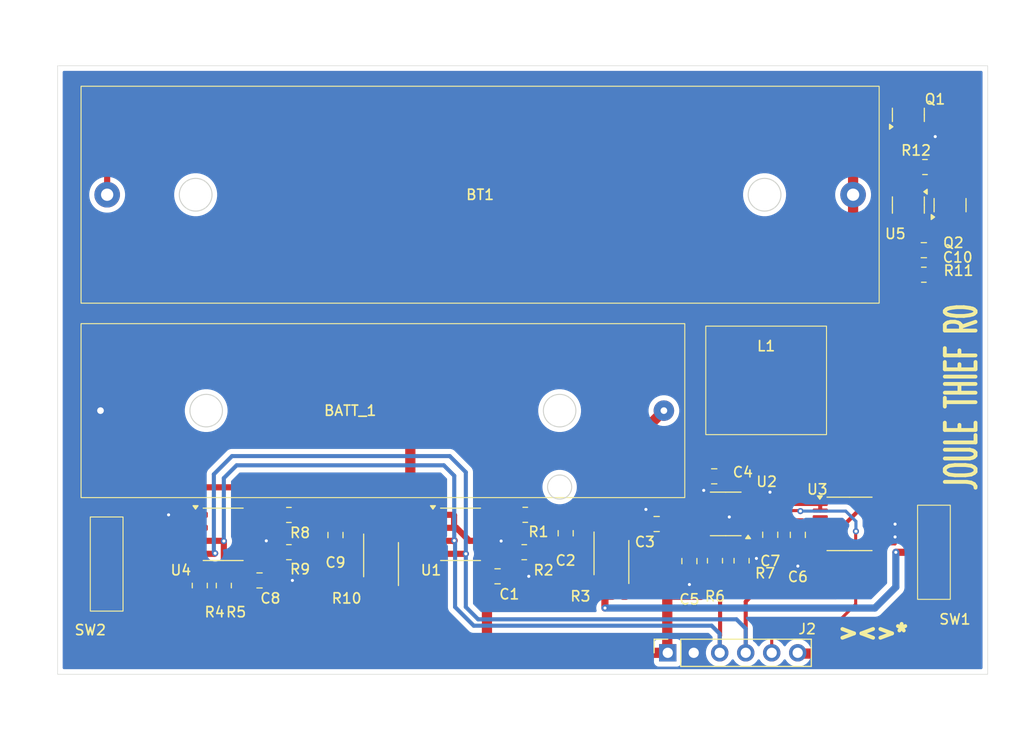
<source format=kicad_pcb>
(kicad_pcb (version 20241229) (generator "pcbnew") (generator_version "9.0")
  (title_block (title "Joule Thief 0") (date "2025-03-15") (rev "5") (company "Suneater Labs"))
  (layers (0 "F.Cu" signal) (2 "B.Cu" signal) (13 "F.Paste" user) (15 "B.Paste" user) (5 "F.SilkS" user "F.Silkscreen") (7 "B.SilkS" user "B.Silkscreen") (1 "F.Mask" user) (3 "B.Mask" user) (25 "Edge.Cuts" user))
  (net 0 "")
  (net 1 "+ALK")
  (net 2 "GND")
  (net 3 "LITH")
  (net 4 "Net-(BT1--)")
  (net 5 "V5+")
  (net 6 "Net-(C2-Pad1)")
  (net 7 "Net-(C2-Pad2)")
  (net 8 "Net-(SW1-B)")
  (net 9 "Net-(U2-AUX)")
  (net 10 "Net-(U2-LDO)")
  (net 11 "Net-(C9-Pad1)")
  (net 12 "Net-(C9-Pad2)")
  (net 13 "Net-(U5-VCC)")
  (net 14 "SDA")
  (net 15 "SHDN")
  (net 16 "SCL")
  (net 17 "Net-(U2-SWITCH)")
  (net 18 "Net-(Q1-D)")
  (net 19 "Net-(Q1-G)")
  (net 20 "Net-(Q2-G)")
  (net 21 "Net-(U1-IN+)")
  (net 22 "Net-(U1-IN-)")
  (net 23 "Net-(SW1-A)")
  (net 24 "Net-(U2-FB)")
  (net 25 "Net-(U4-IN+)")
  (net 26 "Net-(U4-IN-)")
  (net 27 "Net-(U5-CS)")
  (net 28 "MPPC")
  (net 34 "Net-(SW2-B)")
  (footprint "Joule Thief-Library:18650_Cell_Clip" (layer "F.Cu") (at 101.2475 42.405)
    (property "Reference" "BT1" (at 0 0 0) (layer "F.SilkS") (effects (font (thickness 0.16))))
    (property "Value" "Battery_Cell")
    (fp_circle (center -27.8 0) (end -26.2 0) (stroke (width 0.1)) (fill no) (layer "Edge.Cuts"))
    (fp_circle (center 27.8 0) (end 29.4 0) (stroke (width 0.1)) (fill no) (layer "Edge.Cuts"))
    (pad "1" thru_hole circle (at 36.45 0) (size 2.5 2.5) (drill 1.2) (layers "*.Cu" "*.Mask") (net 3 "LITH"))
    (pad "2" thru_hole circle (at -36.45 0) (size 2.5 2.5) (drill 1.2) (layers "*.Cu" "*.Mask") (net 4 "Net-(BT1--)"))
  )
  (footprint "Joule Thief-Library:AA_Cell_Clip" (layer "F.Cu") (at 91.7475 63.505)
    (property "Reference" "BATT_1" (at -3.1975 0 0) (layer "F.SilkS") (effects (font (thickness 0.16))))
    (property "Value" "Alkaline AA")
    (fp_circle (center -17.27 0) (end -15.68 0) (stroke (width 0.1)) (fill no) (layer "Edge.Cuts"))
    (fp_circle (center 17.27 0) (end 18.86 0) (stroke (width 0.1)) (fill no) (layer "Edge.Cuts"))
    (fp_circle (center 17.27 7.47) (end 18.45 7.47) (stroke (width 0.1)) (fill no) (layer "Edge.Cuts"))
    (pad "1" thru_hole circle (at 27.46 0) (size 2 2) (drill 0.65) (layers "*.Cu" "*.Mask") (net 1 "+ALK"))
    (pad "2" thru_hole circle (at -27.6 0) (size 2 2) (drill 0.65) (layers "*.Cu" "*.Mask") (net 2 "GND"))
  )
  (footprint "Resistor_SMD:R_0805_2012Metric_Pad1.20x1.40mm_HandSolder" (layer "F.Cu") (at 105.66 73.69)
    (property "Reference" "R1" (at 1.29 1.66 0) (layer "F.SilkS") (effects (font (thickness 0.16))))
    (property "Value" "10")
    (pad "1" smd roundrect (at -1 0) (size 1.2 1.4) (layers "F.Cu" "F.Mask" "F.Paste") (roundrect_rratio 0.208333) (net 21 "Net-(U1-IN+)"))
    (pad "2" smd roundrect (at 1 0) (size 1.2 1.4) (layers "F.Cu" "F.Mask" "F.Paste") (roundrect_rratio 0.208333) (net 6 "Net-(C2-Pad1)"))
  )
  (footprint "Package_SO:TSSOP-14_4.4x5mm_P0.65mm" (layer "F.Cu") (at 137.35 74.575)
    (property "Reference" "U3" (at -3.15 -3.375 180) (layer "F.SilkS") (effects (font (thickness 0.16))))
    (property "Value" "AD5280")
    (pad "1" smd roundrect (at -2.8625 -1.95) (size 1.475 0.4) (layers "F.Cu" "F.Mask" "F.Paste") (net 28 "MPPC"))
    (pad "2" smd roundrect (at -2.8625 -1.3) (size 1.475 0.4) (layers "F.Cu" "F.Mask" "F.Paste") (net 28 "MPPC"))
    (pad "3" smd roundrect (at -2.8625 -0.65) (size 1.475 0.4) (layers "F.Cu" "F.Mask" "F.Paste") (net 2 "GND"))
    (pad "4" smd roundrect (at -2.8625 0) (size 1.475 0.4) (layers "F.Cu" "F.Mask" "F.Paste") (net 5 "V5+"))
    (pad "5" smd roundrect (at -2.8625 0.65) (size 1.475 0.4) (layers "F.Cu" "F.Mask" "F.Paste"))
    (pad "6" smd roundrect (at -2.8625 1.3) (size 1.475 0.4) (layers "F.Cu" "F.Mask" "F.Paste") (net 16 "SCL"))
    (pad "7" smd roundrect (at -2.8625 1.95) (size 1.475 0.4) (layers "F.Cu" "F.Mask" "F.Paste") (net 14 "SDA"))
    (pad "8" smd roundrect (at 2.8625 1.95) (size 1.475 0.4) (layers "F.Cu" "F.Mask" "F.Paste") (net 2 "GND"))
    (pad "9" smd roundrect (at 2.8625 1.3) (size 1.475 0.4) (layers "F.Cu" "F.Mask" "F.Paste") (net 2 "GND"))
    (pad "10" smd roundrect (at 2.8625 0.65) (size 1.475 0.4) (layers "F.Cu" "F.Mask" "F.Paste") (net 2 "GND"))
    (pad "11" smd roundrect (at 2.8625 0) (size 1.475 0.4) (layers "F.Cu" "F.Mask" "F.Paste") (net 2 "GND"))
    (pad "12" smd roundrect (at 2.8625 -0.65) (size 1.475 0.4) (layers "F.Cu" "F.Mask" "F.Paste"))
    (pad "13" smd roundrect (at 2.8625 -1.3) (size 1.475 0.4) (layers "F.Cu" "F.Mask" "F.Paste") (net 5 "V5+"))
    (pad "14" smd roundrect (at 2.8625 -1.95) (size 1.475 0.4) (layers "F.Cu" "F.Mask" "F.Paste"))
  )
  (footprint "Package_SO:MSOP-12_3x4.039mm_P0.65mm" (layer "F.Cu") (at 125.25 73.6 180)
    (property "Reference" "U2" (at -4 3.15 0) (layer "F.SilkS") (effects (font (thickness 0.16))))
    (property "Value" "LTC3105xMS")
    (pad "1" smd roundrect (at -2.15 -1.625 180) (size 1.45 0.4) (layers "F.Cu" "F.Mask" "F.Paste") (net 24 "Net-(U2-FB)"))
    (pad "2" smd roundrect (at -2.15 -0.975 180) (size 1.45 0.4) (layers "F.Cu" "F.Mask" "F.Paste") (net 10 "Net-(U2-LDO)"))
    (pad "3" smd roundrect (at -2.15 -0.325 180) (size 1.45 0.4) (layers "F.Cu" "F.Mask" "F.Paste") (net 2 "GND"))
    (pad "4" smd roundrect (at -2.15 0.325 180) (size 1.45 0.4) (layers "F.Cu" "F.Mask" "F.Paste") (net 15 "SHDN"))
    (pad "5" smd roundrect (at -2.15 0.975 180) (size 1.45 0.4) (layers "F.Cu" "F.Mask" "F.Paste") (net 28 "MPPC"))
    (pad "6" smd roundrect (at -2.15 1.625 180) (size 1.45 0.4) (layers "F.Cu" "F.Mask" "F.Paste") (net 2 "GND"))
    (pad "7" smd roundrect (at 2.15 1.625 180) (size 1.45 0.4) (layers "F.Cu" "F.Mask" "F.Paste") (net 2 "GND"))
    (pad "8" smd roundrect (at 2.15 0.975 180) (size 1.45 0.4) (layers "F.Cu" "F.Mask" "F.Paste") (net 23 "Net-(SW1-A)"))
    (pad "9" smd roundrect (at 2.15 0.325 180) (size 1.45 0.4) (layers "F.Cu" "F.Mask" "F.Paste") (net 17 "Net-(U2-SWITCH)"))
    (pad "10" smd roundrect (at 2.15 -0.325 180) (size 1.45 0.4) (layers "F.Cu" "F.Mask" "F.Paste"))
    (pad "11" smd roundrect (at 2.15 -0.975 180) (size 1.45 0.4) (layers "F.Cu" "F.Mask" "F.Paste") (net 5 "V5+"))
    (pad "12" smd roundrect (at 2.15 -1.625 180) (size 1.45 0.4) (layers "F.Cu" "F.Mask" "F.Paste") (net 9 "Net-(U2-AUX)"))
  )
  (footprint "Capacitor_SMD:C_0805_2012Metric_Pad1.18x1.45mm_HandSolder" (layer "F.Cu") (at 118.5 74.5875)
    (property "Reference" "C3" (at -1.15 1.75 0) (layer "F.SilkS") (effects (font (thickness 0.16))))
    (property "Value" "100u")
    (pad "1" smd roundrect (at -1.0375 0) (size 1.175 1.45) (layers "F.Cu" "F.Mask" "F.Paste") (roundrect_rratio 0.212766) (net 2 "GND"))
    (pad "2" smd roundrect (at 1.0375 0) (size 1.175 1.45) (layers "F.Cu" "F.Mask" "F.Paste") (roundrect_rratio 0.212766) (net 5 "V5+"))
  )
  (footprint "Resistor_SMD:R_0805_2012Metric_Pad1.20x1.40mm_HandSolder" (layer "F.Cu") (at 144.725 39.7 180)
    (property "Reference" "R12" (at 0.875 1.625 0) (layer "F.SilkS") (effects (font (thickness 0.16))))
    (property "Value" "1k")
    (pad "1" smd roundrect (at -1 0 180) (size 1.2 1.4) (layers "F.Cu" "F.Mask" "F.Paste") (roundrect_rratio 0.208333) (net 2 "GND"))
    (pad "2" smd roundrect (at 1 0 180) (size 1.2 1.4) (layers "F.Cu" "F.Mask" "F.Paste") (roundrect_rratio 0.208333) (net 27 "Net-(U5-CS)"))
  )
  (footprint "Resistor_SMD:R_0805_2012Metric_Pad1.20x1.40mm_HandSolder" (layer "F.Cu") (at 124.2 78.175 90)
    (property "Reference" "R6" (at -3.475 0 180) (layer "F.SilkS") (effects (font (thickness 0.16))))
    (property "Value" "910k")
    (pad "1" smd roundrect (at -1 0 90) (size 1.2 1.4) (layers "F.Cu" "F.Mask" "F.Paste") (roundrect_rratio 0.208333) (net 5 "V5+"))
    (pad "2" smd roundrect (at 1 0 90) (size 1.2 1.4) (layers "F.Cu" "F.Mask" "F.Paste") (roundrect_rratio 0.208333) (net 24 "Net-(U2-FB)"))
  )
  (footprint "Resistor_SMD:R_0805_2012Metric_Pad1.20x1.40mm_HandSolder" (layer "F.Cu") (at 82.56 73.7025)
    (property "Reference" "R8" (at 1.09 1.7475 0) (layer "F.SilkS") (effects (font (thickness 0.16))))
    (property "Value" "10")
    (pad "1" smd roundrect (at -1 0) (size 1.2 1.4) (layers "F.Cu" "F.Mask" "F.Paste") (roundrect_rratio 0.208333) (net 25 "Net-(U4-IN+)"))
    (pad "2" smd roundrect (at 1 0) (size 1.2 1.4) (layers "F.Cu" "F.Mask" "F.Paste") (roundrect_rratio 0.208333) (net 12 "Net-(C9-Pad2)"))
  )
  (footprint "Resistor_SMD:R_0805_2012Metric_Pad1.20x1.40mm_HandSolder" (layer "F.Cu") (at 82.56 77.34)
    (property "Reference" "R9" (at 1.09 1.66 0) (layer "F.SilkS") (effects (font (thickness 0.16))))
    (property "Value" "10")
    (pad "1" smd roundrect (at -1 0) (size 1.2 1.4) (layers "F.Cu" "F.Mask" "F.Paste") (roundrect_rratio 0.208333) (net 26 "Net-(U4-IN-)"))
    (pad "2" smd roundrect (at 1 0) (size 1.2 1.4) (layers "F.Cu" "F.Mask" "F.Paste") (roundrect_rratio 0.208333) (net 11 "Net-(C9-Pad1)"))
  )
  (footprint "Capacitor_SMD:C_0805_2012Metric_Pad1.18x1.45mm_HandSolder" (layer "F.Cu") (at 109.61 75.49 -90)
    (property "Reference" "C2" (at 2.66 0.01 180) (layer "F.SilkS") (effects (font (thickness 0.16))))
    (property "Value" "0.1u")
    (pad "1" smd roundrect (at -1.0375 0 270) (size 1.175 1.45) (layers "F.Cu" "F.Mask" "F.Paste") (roundrect_rratio 0.212766) (net 6 "Net-(C2-Pad1)"))
    (pad "2" smd roundrect (at 1.0375 0 270) (size 1.175 1.45) (layers "F.Cu" "F.Mask" "F.Paste") (roundrect_rratio 0.212766) (net 7 "Net-(C2-Pad2)"))
  )
  (footprint "Package_TO_SOT_SMD:SOT-23" (layer "F.Cu") (at 143.1 34.6 90)
    (property "Reference" "Q1" (at 1.525 2.6 0) (layer "F.SilkS") (effects (font (thickness 0.16))))
    (property "Value" "AO3400A")
    (pad "1" smd roundrect (at -0.9375 -0.95 90) (size 1.475 0.6) (layers "F.Cu" "F.Mask" "F.Paste") (net 19 "Net-(Q1-G)"))
    (pad "2" smd roundrect (at -0.9375 0.95 90) (size 1.475 0.6) (layers "F.Cu" "F.Mask" "F.Paste") (net 2 "GND"))
    (pad "3" smd roundrect (at 0.9375 0 90) (size 1.475 0.6) (layers "F.Cu" "F.Mask" "F.Paste") (net 18 "Net-(Q1-D)"))
  )
  (footprint "Capacitor_SMD:C_0805_2012Metric_Pad1.18x1.45mm_HandSolder" (layer "F.Cu") (at 87.1125 75.665 90)
    (property "Reference" "C9" (at -2.685 0 180) (layer "F.SilkS") (effects (font (thickness 0.16))))
    (property "Value" "0.1u")
    (pad "1" smd roundrect (at -1.0375 0 90) (size 1.175 1.45) (layers "F.Cu" "F.Mask" "F.Paste") (roundrect_rratio 0.212766) (net 11 "Net-(C9-Pad1)"))
    (pad "2" smd roundrect (at 1.0375 0 90) (size 1.175 1.45) (layers "F.Cu" "F.Mask" "F.Paste") (roundrect_rratio 0.212766) (net 12 "Net-(C9-Pad2)"))
  )
  (footprint "Capacitor_SMD:C_0805_2012Metric_Pad1.18x1.45mm_HandSolder" (layer "F.Cu") (at 121.7 78.2125 -90)
    (property "Reference" "C5" (at 3.7375 0 180) (layer "F.SilkS") (effects (font (thickness 0.16))))
    (property "Value" "1u")
    (pad "1" smd roundrect (at -1.0375 0 270) (size 1.175 1.45) (layers "F.Cu" "F.Mask" "F.Paste") (roundrect_rratio 0.212766) (net 9 "Net-(U2-AUX)"))
    (pad "2" smd roundrect (at 1.0375 0 270) (size 1.175 1.45) (layers "F.Cu" "F.Mask" "F.Paste") (roundrect_rratio 0.212766) (net 2 "GND"))
  )
  (footprint "Connector_PinSocket_2.54mm:PinSocket_1x06_P2.54mm_Vertical" (layer "F.Cu") (at 119.585 87.175 90)
    (property "Reference" "J2" (at 2.325 13.625 0) (layer "F.SilkS") (effects (font (thickness 0.16))))
    (property "Value" "Conn_01x06_Socket")
    (pad "1" thru_hole rect (at 0 0 90) (size 1.7 1.7) (drill 1) (layers "*.Cu" "*.Mask") (net 5 "V5+"))
    (pad "2" thru_hole oval (at 0 2.54 90) (size 1.7 1.7) (drill 1) (layers "*.Cu" "*.Mask") (net 2 "GND"))
    (pad "3" thru_hole oval (at 0 5.08 90) (size 1.7 1.7) (drill 1) (layers "*.Cu" "*.Mask") (net 14 "SDA"))
    (pad "4" thru_hole oval (at 0 7.62 90) (size 1.7 1.7) (drill 1) (layers "*.Cu" "*.Mask") (net 16 "SCL"))
    (pad "5" thru_hole oval (at 0 10.16 90) (size 1.7 1.7) (drill 1) (layers "*.Cu" "*.Mask") (net 15 "SHDN"))
    (pad "6" thru_hole oval (at 0 12.7 90) (size 1.7 1.7) (drill 1) (layers "*.Cu" "*.Mask") (net 3 "LITH"))
  )
  (footprint "Resistor_SMD:R_0805_2012Metric_Pad1.20x1.40mm_HandSolder" (layer "F.Cu") (at 105.56 77.34)
    (property "Reference" "R2" (at 1.89 1.76 0) (layer "F.SilkS") (effects (font (thickness 0.16))))
    (property "Value" "10")
    (pad "1" smd roundrect (at -1 0) (size 1.2 1.4) (layers "F.Cu" "F.Mask" "F.Paste") (roundrect_rratio 0.208333) (net 22 "Net-(U1-IN-)"))
    (pad "2" smd roundrect (at 1 0) (size 1.2 1.4) (layers "F.Cu" "F.Mask" "F.Paste") (roundrect_rratio 0.208333) (net 7 "Net-(C2-Pad2)"))
  )
  (footprint "Package_TO_SOT_SMD:SOT-23-6" (layer "F.Cu") (at 143.1 43.4125 -90)
    (property "Reference" "U5" (at 2.8125 1.275 180) (layer "F.SilkS") (effects (font (thickness 0.16))))
    (property "Value" "DW01A")
    (pad "1" smd roundrect (at -1.1375 -0.95 270) (size 1.325 0.6) (layers "F.Cu" "F.Mask" "F.Paste") (net 20 "Net-(Q2-G)"))
    (pad "2" smd roundrect (at -1.1375 0 270) (size 1.325 0.6) (layers "F.Cu" "F.Mask" "F.Paste") (net 27 "Net-(U5-CS)"))
    (pad "3" smd roundrect (at -1.1375 0.95 270) (size 1.325 0.6) (layers "F.Cu" "F.Mask" "F.Paste") (net 19 "Net-(Q1-G)"))
    (pad "4" smd roundrect (at 1.1375 0.95 270) (size 1.325 0.6) (layers "F.Cu" "F.Mask" "F.Paste"))
    (pad "5" smd roundrect (at 1.1375 0 270) (size 1.325 0.6) (layers "F.Cu" "F.Mask" "F.Paste") (net 13 "Net-(U5-VCC)"))
    (pad "6" smd roundrect (at 1.1375 -0.95 270) (size 1.325 0.6) (layers "F.Cu" "F.Mask" "F.Paste") (net 4 "Net-(BT1--)"))
  )
  (footprint "Capacitor_SMD:C_0805_2012Metric_Pad1.18x1.45mm_HandSolder" (layer "F.Cu") (at 124.125 69.925 180)
    (property "Reference" "C4" (at -2.8 0.4 0) (layer "F.SilkS") (effects (font (thickness 0.16))))
    (property "Value" "10u")
    (pad "1" smd roundrect (at -1.0375 0 180) (size 1.175 1.45) (layers "F.Cu" "F.Mask" "F.Paste") (roundrect_rratio 0.212766) (net 23 "Net-(SW1-A)"))
    (pad "2" smd roundrect (at 1.0375 0 180) (size 1.175 1.45) (layers "F.Cu" "F.Mask" "F.Paste") (roundrect_rratio 0.212766) (net 2 "GND"))
  )
  (footprint "Package_TO_SOT_SMD:SOT-23" (layer "F.Cu") (at 147.175 43.425 90)
    (property "Reference" "Q2" (at -3.675 0.325 180) (layer "F.SilkS") (effects (font (thickness 0.16))))
    (property "Value" "AO3400A")
    (pad "1" smd roundrect (at -0.9375 -0.95 90) (size 1.475 0.6) (layers "F.Cu" "F.Mask" "F.Paste") (net 20 "Net-(Q2-G)"))
    (pad "2" smd roundrect (at -0.9375 0.95 90) (size 1.475 0.6) (layers "F.Cu" "F.Mask" "F.Paste") (net 4 "Net-(BT1--)"))
    (pad "3" smd roundrect (at 0.9375 0 90) (size 1.475 0.6) (layers "F.Cu" "F.Mask" "F.Paste") (net 18 "Net-(Q1-D)"))
  )
  (footprint "Capacitor_SMD:C_0805_2012Metric_Pad1.18x1.45mm_HandSolder" (layer "F.Cu") (at 129.6 75.6375 -90)
    (property "Reference" "C7" (at 2.5625 0 180) (layer "F.SilkS") (effects (font (thickness 0.16))))
    (property "Value" "4.7u")
    (pad "1" smd roundrect (at -1.0375 0 270) (size 1.175 1.45) (layers "F.Cu" "F.Mask" "F.Paste") (roundrect_rratio 0.212766) (net 10 "Net-(U2-LDO)"))
    (pad "2" smd roundrect (at 1.0375 0 270) (size 1.175 1.45) (layers "F.Cu" "F.Mask" "F.Paste") (roundrect_rratio 0.212766) (net 2 "GND"))
  )
  (footprint "Capacitor_SMD:C_0805_2012Metric_Pad1.18x1.45mm_HandSolder" (layer "F.Cu") (at 132.3 75.65 -90)
    (property "Reference" "C6" (at 4.1 0 180) (layer "F.SilkS") (effects (font (thickness 0.16))))
    (property "Value" "0.1u")
    (pad "1" smd roundrect (at -1.0375 0 270) (size 1.175 1.45) (layers "F.Cu" "F.Mask" "F.Paste") (roundrect_rratio 0.212766) (net 5 "V5+"))
    (pad "2" smd roundrect (at 1.0375 0 270) (size 1.175 1.45) (layers "F.Cu" "F.Mask" "F.Paste") (roundrect_rratio 0.212766) (net 2 "GND"))
  )
  (footprint "Resistor_SMD:R_Shunt_Vishay_WSK2512_6332Metric_T1.19mm" (layer "F.Cu") (at 91.565 78.07 -90)
    (property "Reference" "R10" (at 3.78 3.365 180) (layer "F.SilkS") (effects (font (thickness 0.16))))
    (property "Value" "0.1R")
    (pad "1" smd roundrect (at -2.985 -0.635 270) (size 2.29 2.03) (layers "F.Cu" "F.Mask" "F.Paste") (roundrect_rratio 0.12) (net 34 "Net-(SW2-B)"))
    (pad "2" smd roundrect (at -3.43 1.27 270) (size 1.4 0.76) (layers "F.Cu" "F.Mask" "F.Paste") (roundrect_rratio 0.12) (net 12 "Net-(C9-Pad2)"))
    (pad "3" smd roundrect (at 3.43 -1.27 270) (size 1.4 0.76) (layers "F.Cu" "F.Mask" "F.Paste") (net 11 "Net-(C9-Pad1)"))
    (pad "4" smd roundrect (at 2.985 0.635 270) (size 2.29 2.03) (layers "F.Cu" "F.Mask" "F.Paste") (roundrect_rratio 0.12) (net 3 "LITH"))
  )
  (footprint "Package_SO:SOIC-8_3.9x4.9mm_P1.27mm" (layer "F.Cu") (at 76.135 75.595)
    (property "Reference" "U4" (at -4.135 3.505 0) (layer "F.SilkS") (effects (font (thickness 0.16))))
    (property "Value" "INA219AxD")
    (pad "1" smd roundrect (at -2.475 -1.905) (size 1.95 0.6) (layers "F.Cu" "F.Mask" "F.Paste") (net 2 "GND"))
    (pad "2" smd roundrect (at -2.475 -0.635) (size 1.95 0.6) (layers "F.Cu" "F.Mask" "F.Paste") (net 5 "V5+"))
    (pad "3" smd roundrect (at -2.475 0.635) (size 1.95 0.6) (layers "F.Cu" "F.Mask" "F.Paste") (net 14 "SDA"))
    (pad "4" smd roundrect (at -2.475 1.905) (size 1.95 0.6) (layers "F.Cu" "F.Mask" "F.Paste") (net 16 "SCL"))
    (pad "5" smd roundrect (at 2.475 1.905) (size 1.95 0.6) (layers "F.Cu" "F.Mask" "F.Paste") (net 5 "V5+"))
    (pad "6" smd roundrect (at 2.475 0.635) (size 1.95 0.6) (layers "F.Cu" "F.Mask" "F.Paste") (net 2 "GND"))
    (pad "7" smd roundrect (at 2.475 -0.635) (size 1.95 0.6) (layers "F.Cu" "F.Mask" "F.Paste") (net 26 "Net-(U4-IN-)"))
    (pad "8" smd roundrect (at 2.475 -1.905) (size 1.95 0.6) (layers "F.Cu" "F.Mask" "F.Paste") (net 25 "Net-(U4-IN+)"))
  )
  (footprint "Resistor_SMD:R_Shunt_Vishay_WSK2512_6332Metric_T1.19mm" (layer "F.Cu") (at 114.08 77.87 -90)
    (property "Reference" "R3" (at 3.78 3.03 180) (layer "F.SilkS") (effects (font (thickness 0.16))))
    (property "Value" "0.1R")
    (pad "1" smd roundrect (at -2.985 -0.635 270) (size 2.29 2.03) (layers "F.Cu" "F.Mask" "F.Paste") (roundrect_rratio 0.12) (net 1 "+ALK"))
    (pad "2" smd roundrect (at -3.43 1.27 270) (size 1.4 0.76) (layers "F.Cu" "F.Mask" "F.Paste") (roundrect_rratio 0.12) (net 6 "Net-(C2-Pad1)"))
    (pad "3" smd roundrect (at 3.43 -1.27 270) (size 1.4 0.76) (layers "F.Cu" "F.Mask" "F.Paste") (net 7 "Net-(C2-Pad2)"))
    (pad "4" smd roundrect (at 2.985 0.635 270) (size 2.29 2.03) (layers "F.Cu" "F.Mask" "F.Paste") (roundrect_rratio 0.12) (net 8 "Net-(SW1-B)"))
  )
  (footprint "Joule Thief-Library:Power_Inductor_101040" (layer "F.Cu") (at 129.2 60.55)
    (property "Reference" "L1" (at 0 -3.35 0) (layer "F.SilkS") (effects (font (thickness 0.16))))
    (property "Value" "10u")
    (pad "1" smd roundrect (at -4.75 0 90) (size 3.5 4) (layers "F.Cu" "F.Mask" "F.Paste") (roundrect_rratio 0.15) (net 23 "Net-(SW1-A)"))
    (pad "2" smd roundrect (at 4.75 0 90) (size 3.5 4) (layers "F.Cu" "F.Mask" "F.Paste") (roundrect_rratio 0.15) (net 17 "Net-(U2-SWITCH)"))
  )
  (footprint "Resistor_SMD:R_0805_2012Metric_Pad1.20x1.40mm_HandSolder" (layer "F.Cu") (at 126.8 78.175 -90)
    (property "Reference" "R7" (at 1.225 -2.3 180) (layer "F.SilkS") (effects (font (thickness 0.16))))
    (property "Value" "220k")
    (pad "1" smd roundrect (at -1 0 270) (size 1.2 1.4) (layers "F.Cu" "F.Mask" "F.Paste") (roundrect_rratio 0.208333) (net 24 "Net-(U2-FB)"))
    (pad "2" smd roundrect (at 1 0 270) (size 1.2 1.4) (layers "F.Cu" "F.Mask" "F.Paste") (roundrect_rratio 0.208333) (net 2 "GND"))
  )
  (footprint "Resistor_SMD:R_0805_2012Metric_Pad1.20x1.40mm_HandSolder" (layer "F.Cu") (at 144.6125 50.225)
    (property "Reference" "R11" (at 3.3875 -0.4 180) (layer "F.SilkS") (effects (font (thickness 0.16))))
    (property "Value" "100")
    (pad "1" smd roundrect (at -1 0) (size 1.2 1.4) (layers "F.Cu" "F.Mask" "F.Paste") (roundrect_rratio 0.208333) (net 13 "Net-(U5-VCC)"))
    (pad "2" smd roundrect (at 1 0) (size 1.2 1.4) (layers "F.Cu" "F.Mask" "F.Paste") (roundrect_rratio 0.208333) (net 3 "LITH"))
  )
  (footprint "Capacitor_SMD:C_0805_2012Metric_Pad1.18x1.45mm_HandSolder" (layer "F.Cu") (at 79.69 80.1025)
    (property "Reference" "C8" (at 1.06 1.7475 180) (layer "F.SilkS") (effects (font (thickness 0.16))))
    (property "Value" "0.1u")
    (pad "1" smd roundrect (at -1.0375 0) (size 1.175 1.45) (layers "F.Cu" "F.Mask" "F.Paste") (roundrect_rratio 0.212766) (net 5 "V5+"))
    (pad "2" smd roundrect (at 1.0375 0) (size 1.175 1.45) (layers "F.Cu" "F.Mask" "F.Paste") (roundrect_rratio 0.212766) (net 2 "GND"))
  )
  (footprint "Joule Thief-Library:SMD_DPST_Switch" (layer "F.Cu") (at 145.6 77.35 -90)
    (property "Reference" "SW1" (at 6.55 -2.05 0) (layer "F.SilkS") (effects (font (thickness 0.16))))
    (property "Value" "SW_SPST")
    (pad "1" smd roundrect (at -2 2) (size 1.5 0.6) (layers "F.Cu" "F.Mask" "F.Paste") (roundrect_rratio 0.15) (net 23 "Net-(SW1-A)"))
    (pad "2" smd roundrect (at 0 2) (size 1.5 0.6) (layers "F.Cu" "F.Mask" "F.Paste") (roundrect_rratio 0.15) (net 8 "Net-(SW1-B)"))
    (pad "3" smd roundrect (at 2 2) (size 1.5 0.6) (layers "F.Cu" "F.Mask" "F.Paste") (roundrect_rratio 0.15))
    (pad "4" smd roundrect (at -2 -2) (size 1.5 0.6) (layers "F.Cu" "F.Mask" "F.Paste") (roundrect_rratio 0.15))
    (pad "5" smd roundrect (at 0 -2) (size 1.5 0.6) (layers "F.Cu" "F.Mask" "F.Paste") (roundrect_rratio 0.15))
    (pad "6" smd roundrect (at 2 -2) (size 1.5 0.6) (layers "F.Cu" "F.Mask" "F.Paste") (roundrect_rratio 0.15))
  )
  (footprint "Resistor_SMD:R_0805_2012Metric_Pad1.20x1.40mm_HandSolder" (layer "F.Cu") (at 76.2 80.6 90)
    (property "Reference" "R5" (at -2.6 1.2 0) (layer "F.SilkS") (effects (font (thickness 0.16))))
    (property "Value" "4.7k")
    (pad "1" smd roundrect (at -1 0 90) (size 1.2 1.4) (layers "F.Cu" "F.Mask" "F.Paste") (roundrect_rratio 0.208333) (net 5 "V5+"))
    (pad "2" smd roundrect (at 1 0 90) (size 1.2 1.4) (layers "F.Cu" "F.Mask" "F.Paste") (roundrect_rratio 0.208333) (net 14 "SDA"))
  )
  (footprint "Resistor_SMD:R_0805_2012Metric_Pad1.20x1.40mm_HandSolder" (layer "F.Cu") (at 73.85 80.6 90)
    (property "Reference" "R4" (at -2.6 1.45 0) (layer "F.SilkS") (effects (font (thickness 0.16))))
    (property "Value" "4.7k")
    (pad "1" smd roundrect (at -1 0 90) (size 1.2 1.4) (layers "F.Cu" "F.Mask" "F.Paste") (roundrect_rratio 0.208333) (net 5 "V5+"))
    (pad "2" smd roundrect (at 1 0 90) (size 1.2 1.4) (layers "F.Cu" "F.Mask" "F.Paste") (roundrect_rratio 0.208333) (net 16 "SCL"))
  )
  (footprint "Capacitor_SMD:C_0805_2012Metric_Pad1.18x1.45mm_HandSolder" (layer "F.Cu") (at 102.9525 79.6975)
    (property "Reference" "C1" (at 1.1475 1.7525 0) (layer "F.SilkS") (effects (font (thickness 0.16))))
    (property "Value" "0.1u")
    (pad "1" smd roundrect (at -1.0375 0) (size 1.175 1.45) (layers "F.Cu" "F.Mask" "F.Paste") (roundrect_rratio 0.212766) (net 5 "V5+"))
    (pad "2" smd roundrect (at 1.0375 0) (size 1.175 1.45) (layers "F.Cu" "F.Mask" "F.Paste") (roundrect_rratio 0.212766) (net 2 "GND"))
  )
  (footprint "Package_SO:SOIC-8_3.9x4.9mm_P1.27mm" (layer "F.Cu") (at 99.335 75.595)
    (property "Reference" "U1" (at -2.885 3.505 0) (layer "F.SilkS") (effects (font (thickness 0.16))))
    (property "Value" "INA219AxD")
    (pad "1" smd roundrect (at -2.475 -1.905) (size 1.95 0.6) (layers "F.Cu" "F.Mask" "F.Paste") (net 2 "GND"))
    (pad "2" smd roundrect (at -2.475 -0.635) (size 1.95 0.6) (layers "F.Cu" "F.Mask" "F.Paste") (net 2 "GND"))
    (pad "3" smd roundrect (at -2.475 0.635) (size 1.95 0.6) (layers "F.Cu" "F.Mask" "F.Paste") (net 14 "SDA"))
    (pad "4" smd roundrect (at -2.475 1.905) (size 1.95 0.6) (layers "F.Cu" "F.Mask" "F.Paste") (net 16 "SCL"))
    (pad "5" smd roundrect (at 2.475 1.905) (size 1.95 0.6) (layers "F.Cu" "F.Mask" "F.Paste") (net 5 "V5+"))
    (pad "6" smd roundrect (at 2.475 0.635) (size 1.95 0.6) (layers "F.Cu" "F.Mask" "F.Paste") (net 2 "GND"))
    (pad "7" smd roundrect (at 2.475 -0.635) (size 1.95 0.6) (layers "F.Cu" "F.Mask" "F.Paste") (net 22 "Net-(U1-IN-)"))
    (pad "8" smd roundrect (at 2.475 -1.905) (size 1.95 0.6) (layers "F.Cu" "F.Mask" "F.Paste") (net 21 "Net-(U1-IN+)"))
  )
  (footprint "Capacitor_SMD:C_0805_2012Metric_Pad1.18x1.45mm_HandSolder" (layer "F.Cu") (at 144.6125 47.825)
    (property "Reference" "C10" (at 3.3125 0.7 180) (layer "F.SilkS") (effects (font (thickness 0.16))))
    (property "Value" "0.1u")
    (pad "1" smd roundrect (at -1.0375 0) (size 1.175 1.45) (layers "F.Cu" "F.Mask" "F.Paste") (roundrect_rratio 0.212766) (net 13 "Net-(U5-VCC)"))
    (pad "2" smd roundrect (at 1.0375 0) (size 1.175 1.45) (layers "F.Cu" "F.Mask" "F.Paste") (roundrect_rratio 0.212766) (net 4 "Net-(BT1--)"))
  )
  (footprint "Joule Thief-Library:SMD_DPST_Switch" (layer "F.Cu") (at 64.75 78.5 90)
    (property "Reference" "SW2" (at -6.45 -1.6 0) (layer "F.SilkS") (effects (font (thickness 0.16))))
    (property "Value" "SW_SPST")
    (pad "1" smd roundrect (at -2 2 180) (size 1.5 0.6) (layers "F.Cu" "F.Mask" "F.Paste") (roundrect_rratio 0.15) (net 5 "V5+"))
    (pad "2" smd roundrect (at 0 2 180) (size 1.5 0.6) (layers "F.Cu" "F.Mask" "F.Paste") (roundrect_rratio 0.15) (net 34 "Net-(SW2-B)"))
    (pad "3" smd roundrect (at 2 2 180) (size 1.5 0.6) (layers "F.Cu" "F.Mask" "F.Paste") (roundrect_rratio 0.15))
    (pad "4" smd roundrect (at -2 -2 180) (size 1.5 0.6) (layers "F.Cu" "F.Mask" "F.Paste") (roundrect_rratio 0.15))
    (pad "5" smd roundrect (at 0 -2 180) (size 1.5 0.6) (layers "F.Cu" "F.Mask" "F.Paste") (roundrect_rratio 0.15))
    (pad "6" smd roundrect (at 2 -2 180) (size 1.5 0.6) (layers "F.Cu" "F.Mask" "F.Paste") (roundrect_rratio 0.15))
  )
  (gr_rect (start 59.95 29.8) (end 150.85 89.275) (stroke (width 0.05)) (fill no) (layer "Edge.Cuts"))
  (gr_text "JOULE THIEF R0" (at 150.05 71.5 90) (layer "F.SilkS") (effects (font (size 3 1.5) (thickness 0.375) (bold yes)) (justify left bottom)))
  (gr_text "><>*" (at 136.05 86.05 0) (layer "F.SilkS") (effects (font (size 1.5 1.5) (thickness 0.375) (bold yes)) (justify left bottom)))
  (segment (start 119.2075 63.505) (end 114.715 67.9975) (width 1) (layer "F.Cu") (net 1))
  (segment (start 114.715 67.9975) (end 114.715 74.885) (width 1) (layer "F.Cu") (net 1))
  (segment (start 141.8 75.3) (end 141.8 75.85) (width 0.3) (layer "F.Cu") (net 2))
  (segment (start 140.2125 75.875) (end 141.775 75.875) (width 0.3) (layer "F.Cu") (net 2))
  (segment (start 128.425 76.675) (end 129.6 76.675) (width 0.4) (layer "F.Cu") (net 2))
  (segment (start 73.66 73.69) (end 70.8 73.69) (width 0.6) (layer "F.Cu") (net 2))
  (segment (start 78.61 76.23) (end 80.35 76.23) (width 0.6) (layer "F.Cu") (net 2))
  (segment (start 123.0875 71.2875) (end 123.1 71.3) (width 0.6) (layer "F.Cu") (net 2))
  (segment (start 141.8 76.523301) (end 141.801699 76.525) (width 0.3) (layer "F.Cu") (net 2))
  (segment (start 129.575 71.475) (end 129.075 71.975) (width 0.4) (layer "F.Cu") (net 2))
  (segment (start 141.8 75.85) (end 141.8 76.523301) (width 0.3) (layer "F.Cu") (net 2))
  (segment (start 144.5375 35.5375) (end 144.05 35.5375) (width 0.6) (layer "F.Cu") (net 2))
  (segment (start 128.25 79) (end 128.075 79.175) (width 0.4) (layer "F.Cu") (net 2))
  (segment (start 100.2 76.23) (end 101.81 76.23) (width 0.6) (layer "F.Cu") (net 2))
  (segment (start 96.86 74.96) (end 98.93 74.96) (width 0.6) (layer "F.Cu") (net 2))
  (segment (start 129.075 71.975) (end 127.4 71.975) (width 0.4) (layer "F.Cu") (net 2))
  (segment (start 98.7 73.73) (end 98.66 73.69) (width 0.6) (layer "F.Cu") (net 2))
  (segment (start 128.075 79.175) (end 126.8 79.175) (width 0.4) (layer "F.Cu") (net 2))
  (segment (start 145.725 36.725) (end 145.725 39.7) (width 0.6) (layer "F.Cu") (net 2))
  (segment (start 82.8975 80.1025) (end 82.9 80.1) (width 0.3) (layer "F.Cu") (net 2))
  (segment (start 105.9975 79.6975) (end 106 79.7) (width 0.3) (layer "F.Cu") (net 2))
  (segment (start 117.45 74.575) (end 117.4625 74.5875) (width 0.6) (layer "F.Cu") (net 2))
  (segment (start 105.0975 79.6975) (end 105.9975 79.6975) (width 0.6) (layer "F.Cu") (net 2))
  (segment (start 140.2125 75.225) (end 141.725 75.225) (width 0.3) (layer "F.Cu") (net 2))
  (segment (start 98.93 74.96) (end 100.2 76.23) (width 0.6) (layer "F.Cu") (net 2))
  (segment (start 127.4 73.925) (end 125.6 73.925) (width 0.4) (layer "F.Cu") (net 2))
  (segment (start 80.22 76.23) (end 80.2 76.25) (width 0.3) (layer "F.Cu") (net 2))
  (segment (start 128.25 77.95) (end 128.25 79) (width 0.4) (layer "F.Cu") (net 2))
  (segment (start 145.725 39.7) (end 145.775 39.65) (width 0.6) (layer "F.Cu") (net 2))
  (segment (start 145.725 36.725) (end 144.5375 35.5375) (width 0.6) (layer "F.Cu") (net 2))
  (segment (start 132.3 76.6875) (end 132.3 78.7) (width 0.6) (layer "F.Cu") (net 2))
  (segment (start 123.1 71.975) (end 123.1 71.3) (width 0.4) (layer "F.Cu") (net 2))
  (segment (start 125.6 73.925) (end 125.6 73.9) (width 0.4) (layer "F.Cu") (net 2))
  (segment (start 121.7 79.25) (end 121.7 80.5) (width 0.4) (layer "F.Cu") (net 2))
  (segment (start 98.66 73.69) (end 96.86 73.69) (width 0.6) (layer "F.Cu") (net 2))
  (segment (start 103.28 76.23) (end 103.3 76.25) (width 0.3) (layer "F.Cu") (net 2))
  (segment (start 141.8 74.6) (end 141.8 75.3) (width 0.3) (layer "F.Cu") (net 2))
  (segment (start 101.81 76.23) (end 103.28 76.23) (width 0.6) (layer "F.Cu") (net 2))
  (segment (start 141.775 75.875) (end 141.8 75.85) (width 0.3) (layer "F.Cu") (net 2))
  (segment (start 140.2375 74.6) (end 141.8 74.6) (width 0.3) (layer "F.Cu") (net 2))
  (segment (start 141.801699 76.525) (end 140.2125 76.525) (width 0.3) (layer "F.Cu") (net 2))
  (segment (start 141.725 75.225) (end 141.8 75.3) (width 0.3) (layer "F.Cu") (net 2))
  (segment (start 98.7 73.73) (end 98.7 74.96) (width 0.6) (layer "F.Cu") (net 2))
  (segment (start 140.2125 74.575) (end 140.2375 74.6) (width 0.3) (layer "F.Cu") (net 2))
  (segment (start 81.9975 80.1025) (end 82.8975 80.1025) (width 0.6) (layer "F.Cu") (net 2))
  (segment (start 80.35 76.23) (end 80.22 76.23) (width 0.3) (layer "F.Cu") (net 2))
  (segment (start 123.0875 69.925) (end 123.0875 71.2875) (width 0.6) (layer "F.Cu") (net 2))
  (segment (start 80.7275 80.1025) (end 80.7275 80.3275) (width 0.3) (layer "F.Cu") (net 2))
  (segment (start 128.25 76.85) (end 128.425 76.675) (width 0.4) (layer "F.Cu") (net 2))
  (segment (start 80.7275 80.1025) (end 81.9975 80.1025) (width 0.6) (layer "F.Cu") (net 2))
  (segment (start 128.25 78.15) (end 128.25 77.95) (width 0.4) (layer "F.Cu") (net 2))
  (segment (start 128.25 77.95) (end 128.25 76.85) (width 0.4) (layer "F.Cu") (net 2))
  (segment (start 103.99 79.6975) (end 105.0975 79.6975) (width 0.6) (layer "F.Cu") (net 2))
  (segment (start 117.45 73.1625) (end 117.45 74.575) (width 0.6) (layer "F.Cu") (net 2))
  (via (at 125.6 73.9) (size 0.6) (drill 0.3) (layers "F.Cu" "B.Cu") (net 2))
  (via (at 70.8 73.69) (size 0.6) (drill 0.3) (layers "F.Cu" "B.Cu") (net 2))
  (via (at 145.725 36.725) (size 0.6) (drill 0.3) (layers "F.Cu" "B.Cu") (net 2))
  (via (at 132.3 78.7) (size 0.6) (drill 0.3) (layers "F.Cu" "B.Cu") (net 2))
  (via (at 123.1 71.3) (size 0.6) (drill 0.3) (layers "F.Cu" "B.Cu") (net 2))
  (via (at 128.25 77.95) (size 0.6) (drill 0.3) (layers "F.Cu" "B.Cu") (net 2))
  (via (at 141.8 74.6) (size 0.6) (drill 0.3) (layers "F.Cu" "B.Cu") (net 2))
  (via (at 121.7 80.5) (size 0.6) (drill 0.3) (layers "F.Cu" "B.Cu") (net 2))
  (via (at 117.45 73.1625) (size 0.6) (drill 0.3) (layers "F.Cu" "B.Cu") (net 2))
  (via (at 103.3 76.25) (size 0.6) (drill 0.3) (layers "F.Cu" "B.Cu") (net 2))
  (via (at 82.9 80.1) (size 0.6) (drill 0.3) (layers "F.Cu" "B.Cu") (net 2))
  (via (at 129.575 71.475) (size 0.6) (drill 0.3) (layers "F.Cu" "B.Cu") (net 2))
  (via (at 106 79.7) (size 0.6) (drill 0.3) (layers "F.Cu" "B.Cu") (net 2))
  (via (at 80.35 76.23) (size 0.6) (drill 0.3) (layers "F.Cu" "B.Cu") (net 2))
  (via (at 141.8 75.85) (size 0.6) (drill 0.3) (layers "F.Cu" "B.Cu") (net 2))
  (segment (start 145.6125 50.225) (end 145.6125 52.525) (width 1) (layer "F.Cu") (net 3))
  (segment (start 132.36 87.25) (end 132.285 87.175) (width 1) (layer "F.Cu") (net 3))
  (segment (start 143.075 87.25) (end 132.36 87.25) (width 1) (layer "F.Cu") (net 3))
  (segment (start 137.6975 39.7975) (end 135.6 37.7) (width 1) (layer "F.Cu") (net 3))
  (segment (start 137.6975 42.405) (end 137.6975 39.7975) (width 1) (layer "F.Cu") (net 3))
  (segment (start 137.6975 42.405) (end 137.6975 49.1475) (width 1) (layer "F.Cu") (net 3))
  (segment (start 94.425 83.175) (end 93.6 84) (width 1) (layer "F.Cu") (net 3))
  (segment (start 141.075 52.525) (end 145.6125 52.525) (width 1) (layer "F.Cu") (net 3))
  (segment (start 90.93 83.23) (end 90.93 81.055) (width 1) (layer "F.Cu") (net 3))
  (segment (start 98.025 37.7) (end 94.425 41.3) (width 1) (layer "F.Cu") (net 3))
  (segment (start 94.425 41.3) (end 94.425 83.175) (width 1) (layer "F.Cu") (net 3))
  (segment (start 135.6 37.7) (end 98.025 37.7) (width 1) (layer "F.Cu") (net 3))
  (segment (start 91.7 84) (end 90.93 83.23) (width 1) (layer "F.Cu") (net 3))
  (segment (start 145.6125 52.525) (end 145.6125 84.7125) (width 1) (layer "F.Cu") (net 3))
  (segment (start 93.6 84) (end 91.7 84) (width 1) (layer "F.Cu") (net 3))
  (segment (start 145.6125 84.7125) (end 143.075 87.25) (width 1) (layer "F.Cu") (net 3))
  (segment (start 137.6975 49.1475) (end 141.075 52.525) (width 1) (layer "F.Cu") (net 3))
  (segment (start 145.65 47.825) (end 145.65 46.1) (width 0.6) (layer "F.Cu") (net 4))
  (segment (start 144.05 45.7) (end 144.45 46.1) (width 0.6) (layer "F.Cu") (net 4))
  (segment (start 148.125 44.3625) (end 148.125 33.675) (width 0.6) (layer "F.Cu") (net 4))
  (segment (start 144.05 44.55) (end 144.05 45.7) (width 0.6) (layer "F.Cu") (net 4))
  (segment (start 67.775 32.075) (end 64.7975 35.0525) (width 0.6) (layer "F.Cu") (net 4))
  (segment (start 145.2 46.1) (end 145.65 46.1) (width 0.6) (layer "F.Cu") (net 4))
  (segment (start 148.125 45.5) (end 148.125 44.3625) (width 0.6) (layer "F.Cu") (net 4))
  (segment (start 144.45 46.1) (end 145.2 46.1) (width 0.6) (layer "F.Cu") (net 4))
  (segment (start 145.65 46.1) (end 147.525 46.1) (width 0.6) (layer "F.Cu") (net 4))
  (segment (start 146.525 32.075) (end 67.775 32.075) (width 0.6) (layer "F.Cu") (net 4))
  (segment (start 147.525 46.1) (end 148.125 45.5) (width 0.6) (layer "F.Cu") (net 4))
  (segment (start 64.7975 35.0525) (end 64.7975 42.405) (width 0.6) (layer "F.Cu") (net 4))
  (segment (start 148.125 33.675) (end 146.525 32.075) (width 0.6) (layer "F.Cu") (net 4))
  (segment (start 70.2 76.4) (end 70.9 75.7) (width 1) (layer "F.Cu") (net 5))
  (segment (start 73.85 81.6) (end 73.85 83.35) (width 1) (layer "F.Cu") (net 5))
  (segment (start 124.2 80.1) (end 122.8 81.5) (width 1) (layer "F.Cu") (net 5))
  (segment (start 101.915 79.6975) (end 101.915 87.11) (width 1) (layer "F.Cu") (net 5))
  (segment (start 119.5375 74.5875) (end 119.55 74.6) (width 0.5) (layer "F.Cu") (net 5))
  (segment (start 71.64 74.96) (end 70.9 75.7) (width 0.7) (layer "F.Cu") (net 5))
  (segment (start 124.2 80.15) (end 124.2 79.175) (width 0.7) (layer "F.Cu") (net 5))
  (segment (start 66.75 80.5) (end 69.75 80.5) (width 0.6) (layer "F.Cu") (net 5))
  (segment (start 119.55 74.575) (end 119.5375 74.5875) (width 0.4) (layer "F.Cu") (net 5))
  (segment (start 131.4875 74.6125) (end 130.95 75.15) (width 0.7) (layer "F.Cu") (net 5))
  (segment (start 138.225 73.275) (end 136.925 74.575) (width 0.4) (layer "F.Cu") (net 5))
  (segment (start 119.585 87.175) (end 101.85 87.175) (width 1) (layer "F.Cu") (net 5))
  (segment (start 132.3 74.6125) (end 131.4875 74.6125) (width 0.7) (layer "F.Cu") (net 5))
  (segment (start 78.6525 80.1025) (end 78.6525 80.9475) (width 1) (layer "F.Cu") (net 5))
  (segment (start 76.2 81.6) (end 73.85 81.6) (width 1) (layer "F.Cu") (net 5))
  (segment (start 69.75 80.5) (end 70.2 80.95) (width 0.6) (layer "F.Cu") (net 5))
  (segment (start 124.4 80.35) (end 124.2 80.15) (width 0.7) (layer "F.Cu") (net 5))
  (segment (start 119.6375 81.5) (end 119.5375 81.4) (width 1) (layer "F.Cu") (net 5))
  (segment (start 130.2 80.35) (end 127.5 80.35) (width 0.7) (layer "F.Cu") (net 5))
  (segment (start 134.4875 74.575) (end 132.3375 74.575) (width 0.4) (layer "F.Cu") (net 5))
  (segment (start 70.2 82.8) (end 72.3 84.9) (width 1) (layer "F.Cu") (net 5))
  (segment (start 78 81.6) (end 76.2 81.6) (width 1) (layer "F.Cu") (net 5))
  (segment (start 78.6525 80.9475) (end 78 81.6) (width 1) (layer "F.Cu") (net 5))
  (segment (start 130.95 75.15) (end 130.95 79.6) (width 0.7) (layer "F.Cu") (net 5))
  (segment (start 124.2 79.175) (end 124.2 80.1) (width 1) (layer "F.Cu") (net 5))
  (segment (start 78.61 79.52) (end 78.6525 79.5625) (width 0.4) (layer "F.Cu") (net 5))
  (segment (start 73.85 83.35) (end 72.3 84.9) (width 1) (layer "F.Cu") (net 5))
  (segment (start 101.85 87.175) (end 74.575 87.175) (width 1) (layer "F.Cu") (net 5))
  (segment (start 130.95 79.6) (end 130.2 80.35) (width 0.7) (layer "F.Cu") (net 5))
  (segment (start 101.915 87.11) (end 101.85 87.175) (width 1) (layer "F.Cu") (net 5))
  (segment (start 122.8 81.5) (end 119.6375 81.5) (width 1) (layer "F.Cu") (net 5))
  (segment (start 70.2 80.95) (end 70.2 76.4) (width 1) (layer "F.Cu") (net 5))
  (segment (start 132.3375 74.575) (end 132.3 74.6125) (width 0.4) (layer "F.Cu") (net 5))
  (segment (start 136.925 74.575) (end 134.4875 74.575) (width 0.4) (layer "F.Cu") (net 5))
  (segment (start 119.5375 86.3865) (end 119.55 86.399) (width 1) (layer "F.Cu") (net 5))
  (segment (start 119.5375 81.4) (end 119.5375 86.3865) (width 1) (layer "F.Cu") (net 5))
  (segment (start 119.5375 74.975) (end 119.5375 81.4) (width 1) (layer "F.Cu") (net 5))
  (segment (start 134.45 74.6125) (end 134.4875 74.575) (width 0.3) (layer "F.Cu") (net 5))
  (segment (start 73.66 74.96) (end 71.64 74.96) (width 0.6) (layer "F.Cu") (net 5))
  (segment (start 127.5 80.35) (end 124.4 80.35) (width 0.7) (layer "F.Cu") (net 5))
  (segment (start 74.575 87.175) (end 72.3 84.9) (width 1) (layer "F.Cu") (net 5))
  (segment (start 101.81 77.5) (end 101.81 79.5925) (width 0.6) (layer "F.Cu") (net 5))
  (segment (start 123.1 74.575) (end 119.55 74.575) (width 0.4) (layer "F.Cu") (net 5))
  (segment (start 78.61 77.5) (end 78.61 79.52) (width 0.6) (layer "F.Cu") (net 5))
  (segment (start 70.2 80.95) (end 70.2 82.8) (width 1) (layer "F.Cu") (net 5))
  (segment (start 140.2125 73.275) (end 138.225 73.275) (width 0.4) (layer "F.Cu") (net 5))
  (segment (start 112.7975 74.4525) (end 112.81 74.44) (width 0.3) (layer "F.Cu") (net 6))
  (segment (start 109.61 74.4525) (end 112.7975 74.4525) (width 0.3) (layer "F.Cu") (net 6))
  (segment (start 107.69 73.69) (end 108.4525 74.4525) (width 0.3) (layer "F.Cu") (net 6))
  (segment (start 106.66 73.69) (end 107.69 73.69) (width 0.3) (layer "F.Cu") (net 6))
  (segment (start 108.4525 74.4525) (end 109.61 74.4525) (width 0.3) (layer "F.Cu") (net 6))
  (segment (start 112.7275 76.5275) (end 115.35 79.15) (width 0.3) (layer "F.Cu") (net 7))
  (segment (start 115.35 79.15) (end 115.35 81.3) (width 0.3) (layer "F.Cu") (net 7))
  (segment (start 109.61 76.5275) (end 108.4725 76.5275) (width 0.3) (layer "F.Cu") (net 7))
  (segment (start 108.4725 76.5275) (end 107.66 77.34) (width 0.3) (layer "F.Cu") (net 7))
  (segment (start 107.66 77.34) (end 106.56 77.34) (width 0.3) (layer "F.Cu") (net 7))
  (segment (start 109.61 76.5275) (end 112.7275 76.5275) (width 0.3) (layer "F.Cu") (net 7))
  (segment (start 113.445 80.855) (end 113.445 82.795) (width 0.7) (layer "F.Cu") (net 8))
  (segment (start 113.445 82.795) (end 113.45 82.8) (width 0.7) (layer "F.Cu") (net 8))
  (segment (start 143.6 77.35) (end 141.875 77.35) (width 0.7) (layer "F.Cu") (net 8))
  (via (at 141.875 77.35) (size 0.6) (drill 0.3) (layers "F.Cu" "B.Cu") (net 8))
  (via (at 113.45 82.8) (size 0.6) (drill 0.3) (layers "F.Cu" "B.Cu") (net 8))
  (segment (start 113.45 82.8) (end 139.825 82.8) (width 0.7) (layer "B.Cu") (net 8))
  (segment (start 141.875 80.75) (end 139.825 82.8) (width 0.7) (layer "B.Cu") (net 8))
  (segment (start 141.875 77.35) (end 141.875 80.75) (width 0.7) (layer "B.Cu") (net 8))
  (segment (start 122.25 75.225) (end 123.1 75.225) (width 0.4) (layer "F.Cu") (net 9))
  (segment (start 121.7 77.175) (end 121.7 75.775) (width 0.4) (layer "F.Cu") (net 9))
  (segment (start 121.7 75.775) (end 122.25 75.225) (width 0.4) (layer "F.Cu") (net 9))
  (segment (start 129.575 74.575) (end 129.6 74.6) (width 0.3) (layer "F.Cu") (net 10))
  (segment (start 127.4 74.575) (end 129.575 74.575) (width 0.4) (layer "F.Cu") (net 10))
  (segment (start 87.1125 76.7025) (end 89.8475 76.7025) (width 0.3) (layer "F.Cu") (net 11))
  (segment (start 85.4975 76.7025) (end 84.86 77.34) (width 0.3) (layer "F.Cu") (net 11))
  (segment (start 92.8525 81.4825) (end 92.835 81.5) (width 0.3) (layer "F.Cu") (net 11))
  (segment (start 84.86 77.34) (end 83.56 77.34) (width 0.3) (layer "F.Cu") (net 11))
  (segment (start 92.8525 79.7075) (end 92.8525 81.4825) (width 0.3) (layer "F.Cu") (net 11))
  (segment (start 87.1125 76.7025) (end 85.4975 76.7025) (width 0.3) (layer "F.Cu") (net 11))
  (segment (start 89.8475 76.7025) (end 92.8525 79.7075) (width 0.3) (layer "F.Cu") (net 11))
  (segment (start 90.2825 74.6275) (end 90.295 74.64) (width 0.3) (layer "F.Cu") (net 12))
  (segment (start 87.1125 74.6275) (end 90.2825 74.6275) (width 0.3) (layer "F.Cu") (net 12))
  (segment (start 87.1125 74.6275) (end 85.6775 74.6275) (width 0.3) (layer "F.Cu") (net 12))
  (segment (start 85.6775 74.6275) (end 84.7525 73.7025) (width 0.3) (layer "F.Cu") (net 12))
  (segment (start 84.7525 73.7025) (end 83.56 73.7025) (width 0.3) (layer "F.Cu") (net 12))
  (segment (start 143.1 44.55) (end 143.1 46) (width 0.4) (layer "F.Cu") (net 13))
  (segment (start 143.1 46) (end 143.575 46.475) (width 0.4) (layer "F.Cu") (net 13))
  (segment (start 143.6125 47.8625) (end 143.575 47.825) (width 0.6) (layer "F.Cu") (net 13))
  (segment (start 143.6125 50.225) (end 143.6125 47.8625) (width 0.6) (layer "F.Cu") (net 13))
  (segment (start 143.575 46.475) (end 143.575 47.825) (width 0.4) (layer "F.Cu") (net 13))
  (segment (start 143.15 44.6) (end 143.1 44.55) (width 0.4) (layer "F.Cu") (net 13))
  (segment (start 124.665 85.51) (end 124.665 87.175) (width 0.4) (layer "F.Cu") (net 14))
  (segment (start 98.693674 76.23) (end 98.716293 76.207381) (width 0.7) (layer "F.Cu") (net 14))
  (segment (start 96.86 76.23) (end 98.693674 76.23) (width 0.6) (layer "F.Cu") (net 14))
  (segment (start 136.55 77.5) (end 136.55 80.075) (width 0.4) (layer "F.Cu") (net 14))
  (segment (start 124.7 81.875) (end 124.7 85.475) (width 0.4) (layer "F.Cu") (net 14))
  (segment (start 134.4875 76.525) (end 135.575 76.525) (width 0.4) (layer "F.Cu") (net 14))
  (segment (start 125.45 81.125) (end 124.7 81.875) (width 0.4) (layer "F.Cu") (net 14))
  (segment (start 96.9 76.27) (end 96.86 76.23) (width 0.3) (layer "F.Cu") (net 14))
  (segment (start 73.66 76.23) (end 76.18 76.23) (width 0.6) (layer "F.Cu") (net 14))
  (segment (start 136.55 80.075) (end 135.5 81.125) (width 0.4) (layer "F.Cu") (net 14))
  (segment (start 76.18 76.23) (end 76.2 76.25) (width 0.6) (layer "F.Cu") (net 14))
  (segment (start 135.575 76.525) (end 136.55 77.5) (width 0.4) (layer "F.Cu") (net 14))
  (segment (start 76.2 79.6) (end 76.2 76.25) (width 0.6) (layer "F.Cu") (net 14))
  (segment (start 124.7 85.475) (end 124.665 85.51) (width 0.4) (layer "F.Cu") (net 14))
  (segment (start 135.5 81.125) (end 125.45 81.125) (width 0.4) (layer "F.Cu") (net 14))
  (via (at 98.716293 76.207381) (size 0.6) (drill 0.3) (layers "F.Cu" "B.Cu") (net 14))
  (via (at 76.2 76.25) (size 0.6) (drill 0.3) (layers "F.Cu" "B.Cu") (net 14))
  (segment (start 124.665 87.175) (end 124.665 85.315) (width 0.4) (layer "B.Cu") (net 14))
  (segment (start 98.716293 76.207381) (end 98.72 76.203674) (width 0.4) (layer "B.Cu") (net 14))
  (segment (start 76.2 70.1) (end 76.2 76.25) (width 0.4) (layer "B.Cu") (net 14))
  (segment (start 97.7 68.85) (end 77.45 68.85) (width 0.4) (layer "B.Cu") (net 14))
  (segment (start 77.45 68.85) (end 76.2 70.1) (width 0.4) (layer "B.Cu") (net 14))
  (segment (start 98.8 76.291088) (end 98.716293 76.207381) (width 0.4) (layer "B.Cu") (net 14))
  (segment (start 100.625058 84.525) (end 98.8 82.699942) (width 0.4) (layer "B.Cu") (net 14))
  (segment (start 98.8 82.699942) (end 98.8 76.291088) (width 0.4) (layer "B.Cu") (net 14))
  (segment (start 124.665 85.315) (end 123.875 84.525) (width 0.4) (layer "B.Cu") (net 14))
  (segment (start 98.72 69.87) (end 97.7 68.85) (width 0.4) (layer "B.Cu") (net 14))
  (segment (start 98.72 76.203674) (end 98.72 69.87) (width 0.4) (layer "B.Cu") (net 14))
  (segment (start 123.875 84.525) (end 100.625058 84.525) (width 0.4) (layer "B.Cu") (net 14))
  (segment (start 137.95 75.325) (end 137.95 82.425) (width 0.3) (layer "F.Cu") (net 15))
  (segment (start 130.625 84.025) (end 129.745 84.905) (width 0.3) (layer "F.Cu") (net 15))
  (segment (start 136.35 84.025) (end 130.625 84.025) (width 0.3) (layer "F.Cu") (net 15))
  (segment (start 129.745 84.905) (end 129.745 87.175) (width 0.3) (layer "F.Cu") (net 15))
  (segment (start 132.5 73.275) (end 127.4 73.275) (width 0.3) (layer "F.Cu") (net 15))
  (segment (start 137.95 82.425) (end 136.35 84.025) (width 0.3) (layer "F.Cu") (net 15))
  (segment (start 132.55 73.325) (end 132.5 73.275) (width 0.3) (layer "F.Cu") (net 15))
  (segment (start 137.975 75.3) (end 137.95 75.325) (width 0.3) (layer "F.Cu") (net 15))
  (via (at 132.55 73.325) (size 0.6) (drill 0.3) (layers "F.Cu" "B.Cu") (net 15))
  (via (at 137.975 75.3) (size 0.6) (drill 0.3) (layers "F.Cu" "B.Cu") (net 15))
  (segment (start 137.975 74.325) (end 136.975 73.325) (width 0.3) (layer "B.Cu") (net 15))
  (segment (start 137.975 75.3) (end 137.975 74.325) (width 0.3) (layer "B.Cu") (net 15))
  (segment (start 136.975 73.325) (end 132.55 73.325) (width 0.3) (layer "B.Cu") (net 15))
  (segment (start 137.975 75.3) (end 138.05 75.3) (width 0.3) (layer "B.Cu") (net 15))
  (segment (start 73.71 77.45) (end 73.66 77.5) (width 0.3) (layer "F.Cu") (net 16))
  (segment (start 136 75.875) (end 137.275 77.15) (width 0.4) (layer "F.Cu") (net 16))
  (segment (start 127.205 82.17) (end 127.205 87.175) (width 0.4) (layer "F.Cu") (net 16))
  (segment (start 134.4875 75.875) (end 136 75.875) (width 0.4) (layer "F.Cu") (net 16))
  (segment (start 137.275 80.45) (end 135.999 81.726) (width 0.4) (layer "F.Cu") (net 16))
  (segment (start 73.85 77.625) (end 73.85 79.6) (width 0.7) (layer "F.Cu") (net 16))
  (segment (start 73.66 77.5) (end 75.3 77.5) (width 0.6) (layer "F.Cu") (net 16))
  (segment (start 137.275 77.15) (end 137.275 80.45) (width 0.4) (layer "F.Cu") (net 16))
  (segment (start 127.649 81.726) (end 127.205 82.17) (width 0.4) (layer "F.Cu") (net 16))
  (segment (start 135.999 81.726) (end 127.649 81.726) (width 0.4) (layer "F.Cu") (net 16))
  (segment (start 99.85 77.5) (end 96.86 77.5) (width 0.6) (layer "F.Cu") (net 16))
  (segment (start 75.3 77.5) (end 75.35 77.45) (width 0.6) (layer "F.Cu") (net 16))
  (via (at 99.85 77.5) (size 0.6) (drill 0.3) (layers "F.Cu" "B.Cu") (net 16))
  (via (at 75.35 77.45) (size 0.6) (drill 0.3) (layers "F.Cu" "B.Cu") (net 16))
  (segment (start 77 67.95) (end 75.225 69.725) (width 0.4) (layer "B.Cu") (net 16))
  (segment (start 99.85 69.525) (end 98.275 67.95) (width 0.4) (layer "B.Cu") (net 16))
  (segment (start 75.225 69.725) (end 75.225 77.325) (width 0.4) (layer "B.Cu") (net 16))
  (segment (start 126.3 83.9) (end 127.205 84.805) (width 0.4) (layer "B.Cu") (net 16))
  (segment (start 75.225 77.325) (end 75.35 77.45) (width 0.4) (layer "B.Cu") (net 16))
  (segment (start 98.275 67.95) (end 77 67.95) (width 0.4) (layer "B.Cu") (net 16))
  (segment (start 99.85 77.5) (end 99.85 69.525) (width 0.4) (layer "B.Cu") (net 16))
  (segment (start 99.85 77.5) (end 99.85 82.7) (width 0.4) (layer "B.Cu") (net 16))
  (segment (start 101.05 83.9) (end 126.3 83.9) (width 0.4) (layer "B.Cu") (net 16))
  (segment (start 127.205 84.805) (end 127.205 87.175) (width 0.4) (layer "B.Cu") (net 16))
  (segment (start 99.85 82.7) (end 101.05 83.9) (width 0.4) (layer "B.Cu") (net 16))
  (segment (start 124.425 73.275) (end 127 70.7) (width 0.4) (layer "F.Cu") (net 17))
  (segment (start 123.1 73.275) (end 124.425 73.275) (width 0.4) (layer "F.Cu") (net 17))
  (segment (start 127 70.7) (end 128.55 69.15) (width 0.7) (layer "F.Cu") (net 17))
  (segment (start 128.55 69.15) (end 128.55 69.1) (width 0.4) (layer "F.Cu") (net 17))
  (segment (start 147.175 42.3125) (end 147.175 36.3) (width 0.6) (layer "F.Cu") (net 18))
  (segment (start 144.5375 33.6625) (end 143.1 33.6625) (width 0.6) (layer "F.Cu") (net 18))
  (segment (start 147.175 36.3) (end 144.5375 33.6625) (width 0.6) (layer "F.Cu") (net 18))
  (segment (start 142.15 35.5375) (end 142.15 42.275) (width 0.6) (layer "F.Cu") (net 19))
  (segment (start 146.225 42.925) (end 145.575 42.275) (width 0.6) (layer "F.Cu") (net 20))
  (segment (start 145.575 42.275) (end 144.05 42.275) (width 0.6) (layer "F.Cu") (net 20))
  (segment (start 146.225 44.3625) (end 146.225 42.925) (width 0.6) (layer "F.Cu") (net 20))
  (segment (start 101.81 73.69) (end 104.66 73.69) (width 0.6) (layer "F.Cu") (net 21))
  (segment (start 104.56 76.09) (end 104.56 77.34) (width 0.6) (layer "F.Cu") (net 22))
  (segment (start 103.43 74.96) (end 104.56 76.09) (width 0.6) (layer "F.Cu") (net 22))
  (segment (start 101.81 74.96) (end 103.43 74.96) (width 0.6) (layer "F.Cu") (net 22))
  (segment (start 143.6 72.95) (end 141.8 71.15) (width 1) (layer "F.Cu") (net 23))
  (segment (start 124.45 56.5) (end 124.45 60.55) (width 1) (layer "F.Cu") (net 23))
  (segment (start 141.8 57.15) (end 139.725 55.075) (width 1) (layer "F.Cu") (net 23))
  (segment (start 139.725 55.075) (end 125.875 55.075) (width 1) (layer "F.Cu") (net 23))
  (segment (start 123.1 72.625) (end 124.124999 72.625) (width 0.4) (layer "F.Cu") (net 23))
  (segment (start 125.175 69.9375) (end 125.1625 69.925) (width 0.4) (layer "F.Cu") (net 23))
  (segment (start 141.8 71.15) (end 141.8 57.15) (width 1) (layer "F.Cu") (net 23))
  (segment (start 125.175 68.40625) (end 125.1875 68.39375) (width 1) (layer "F.Cu") (net 23))
  (segment (start 124.124999 72.625) (end 125.175 71.574999) (width 0.4) (layer "F.Cu") (net 23))
  (segment (start 125.175 69.54375) (end 125.175 68.40625) (width 1) (layer "F.Cu") (net 23))
  (segment (start 125.175 71.574999) (end 125.175 69.9375) (width 0.4) (layer "F.Cu") (net 23))
  (segment (start 125.875 55.075) (end 124.45 56.5) (width 1) (layer "F.Cu") (net 23))
  (segment (start 143.6 75.35) (end 143.6 72.95) (width 1) (layer "F.Cu") (net 23))
  (segment (start 127.4 75.225) (end 125.075 75.225) (width 0.4) (layer "F.Cu") (net 24))
  (segment (start 124.2 76.1) (end 124.2 77.175) (width 0.4) (layer "F.Cu") (net 24))
  (segment (start 124.2 77.175) (end 126.8 77.175) (width 1) (layer "F.Cu") (net 24))
  (segment (start 125.075 75.225) (end 124.2 76.1) (width 0.4) (layer "F.Cu") (net 24))
  (segment (start 81.5475 73.69) (end 81.56 73.7025) (width 0.6) (layer "F.Cu") (net 25))
  (segment (start 78.61 73.69) (end 81.5475 73.69) (width 0.6) (layer "F.Cu") (net 25))
  (segment (start 80.43 74.96) (end 81.56 76.09) (width 0.6) (layer "F.Cu") (net 26))
  (segment (start 81.56 76.09) (end 81.56 77.34) (width 0.6) (layer "F.Cu") (net 26))
  (segment (start 78.61 74.96) (end 80.43 74.96) (width 0.6) (layer "F.Cu") (net 26))
  (segment (start 143.1 42.275) (end 143.1 41.425) (width 0.6) (layer "F.Cu") (net 27))
  (segment (start 143.725 40.8) (end 143.725 39.7) (width 0.6) (layer "F.Cu") (net 27))
  (segment (start 143.1 41.425) (end 143.725 40.8) (width 0.6) (layer "F.Cu") (net 27))
  (segment (start 127.4 72.625) (end 134.4875 72.625) (width 0.4) (layer "F.Cu") (net 28))
  (segment (start 134.4875 72.625) (end 134.4875 73.275) (width 0.4) (layer "F.Cu") (net 28))
  (segment (start 70.75 71) (end 90.7 71) (width 0.6) (layer "F.Cu") (net 34))
  (segment (start 68.2 78.5) (end 68.55 78.15) (width 0.6) (layer "F.Cu") (net 34))
  (segment (start 92.2 72.5) (end 92.2 75.085) (width 0.6) (layer "F.Cu") (net 34))
  (segment (start 68.55 78.15) (end 68.55 73.2) (width 0.6) (layer "F.Cu") (net 34))
  (segment (start 68.55 73.2) (end 70.75 71) (width 0.6) (layer "F.Cu") (net 34))
  (segment (start 90.7 71) (end 92.2 72.5) (width 0.6) (layer "F.Cu") (net 34))
  (segment (start 66.75 78.5) (end 68.2 78.5) (width 0.6) (layer "F.Cu") (net 34))
  (zone (net 23) (net_name "Net-(SW1-A)") (layer "F.Cu") (priority 1) (connect_pads yes (clearance 0.5)) (min_thickness 0.25) (fill yes (thermal_gap 0.5) (thermal_bridge_width 1))
    (polygon (pts (xy 124.7 68.525) (xy 122.318604 66.309224) (xy 122.2 58.6) (xy 128.7 58.6) (xy 128.7 66.203896) (xy 125.65 68.55)))
  )
  (zone (net 17) (net_name "Net-(U2-SWITCH)") (layer "F.Cu") (priority 1) (connect_pads yes (clearance 0.5)) (min_thickness 0.25) (fill yes (thermal_gap 0.5) (thermal_bridge_width 1))
    (polygon (pts (xy 133.05 68.6) (xy 136.2 66.55) (xy 136.2 58.6) (xy 129.7 58.6) (xy 129.7 66.55) (xy 126.45 71) (xy 126.5 71.05)))
  )
  (zone (net 2) (net_name "GND") (layer "B.Cu") (connect_pads yes (clearance 0.5)) (min_thickness 0.25) (fill yes (thermal_gap 0.5) (thermal_bridge_width 0.5))
    (polygon (pts (xy 150.85 89.275) (xy 59.95 89.275) (xy 59.95 29.8) (xy 150.85 29.8)))
  )
)
</source>
